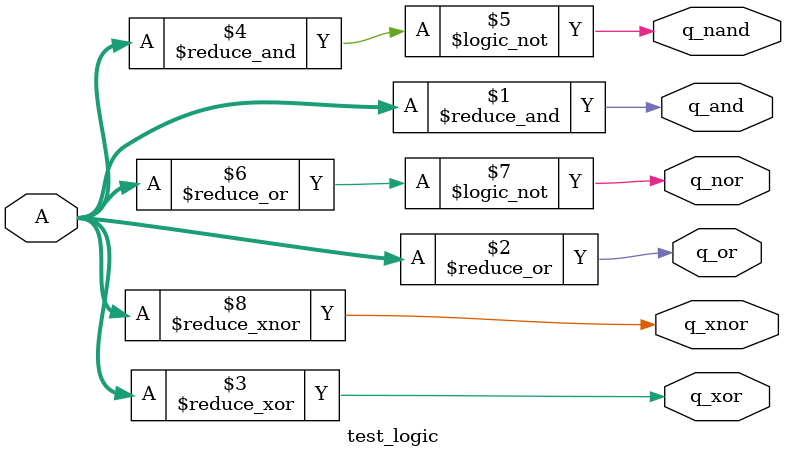
<source format=v>

module test_logic
  #(parameter WID = 4)
   (input wire [WID-1:0] A,
    output q_and, q_or, q_xor, q_nand, q_nor, q_xnor);

   assign q_and =  & A;
   assign q_or  =  | A;
   assign q_xor =  ^ A;
   assign q_nand= ~& A;
   assign q_nor = ~| A;
   assign q_xnor= ~^ A;

endmodule // test_logic

</source>
